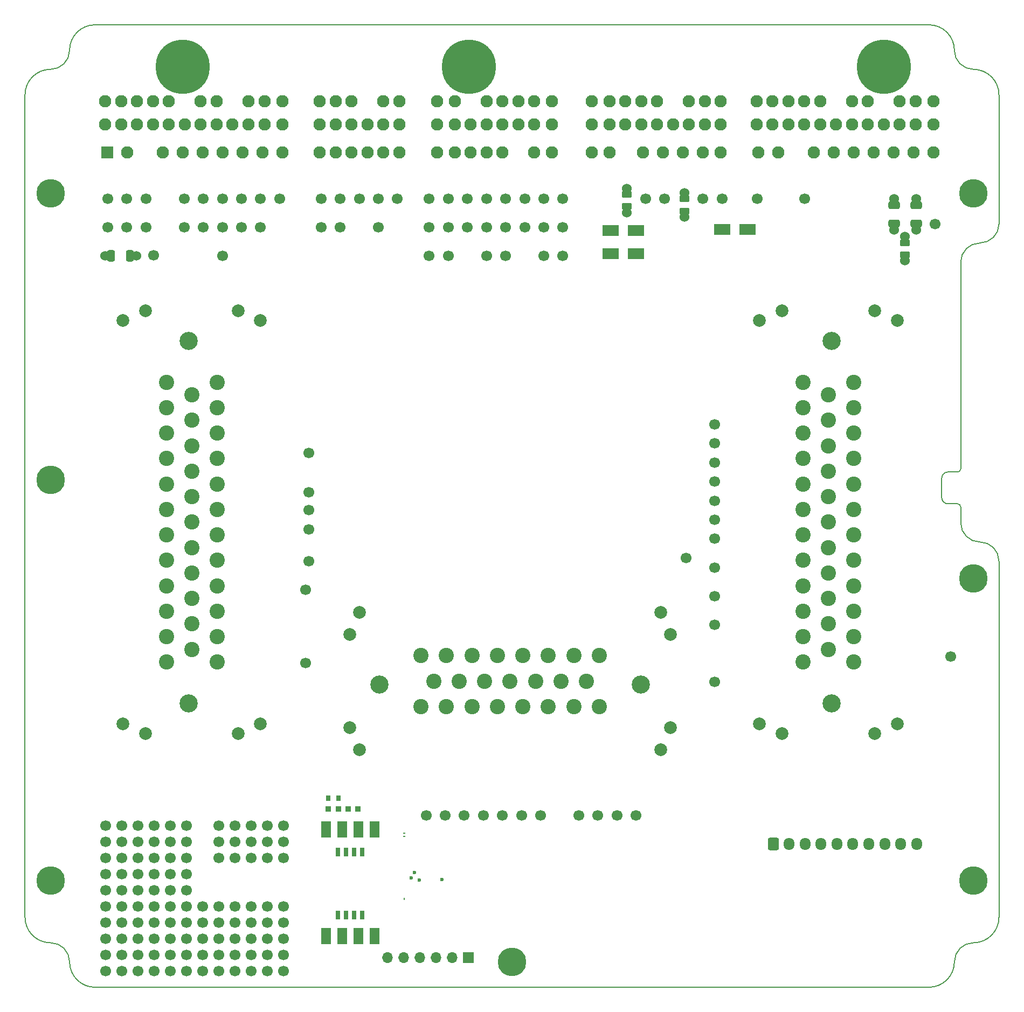
<source format=gts>
%TF.GenerationSoftware,KiCad,Pcbnew,(5.99.0-12439-g94954386e6)*%
%TF.CreationDate,2021-10-11T21:16:12+03:00*%
%TF.ProjectId,proteus125honda,70726f74-6575-4733-9132-35686f6e6461,rev?*%
%TF.SameCoordinates,Original*%
%TF.FileFunction,Soldermask,Top*%
%TF.FilePolarity,Negative*%
%FSLAX46Y46*%
G04 Gerber Fmt 4.6, Leading zero omitted, Abs format (unit mm)*
G04 Created by KiCad (PCBNEW (5.99.0-12439-g94954386e6)) date 2021-10-11 21:16:12*
%MOMM*%
%LPD*%
G01*
G04 APERTURE LIST*
G04 Aperture macros list*
%AMRoundRect*
0 Rectangle with rounded corners*
0 $1 Rounding radius*
0 $2 $3 $4 $5 $6 $7 $8 $9 X,Y pos of 4 corners*
0 Add a 4 corners polygon primitive as box body*
4,1,4,$2,$3,$4,$5,$6,$7,$8,$9,$2,$3,0*
0 Add four circle primitives for the rounded corners*
1,1,$1+$1,$2,$3*
1,1,$1+$1,$4,$5*
1,1,$1+$1,$6,$7*
1,1,$1+$1,$8,$9*
0 Add four rect primitives between the rounded corners*
20,1,$1+$1,$2,$3,$4,$5,0*
20,1,$1+$1,$4,$5,$6,$7,0*
20,1,$1+$1,$6,$7,$8,$9,0*
20,1,$1+$1,$8,$9,$2,$3,0*%
G04 Aperture macros list end*
%TA.AperFunction,Profile*%
%ADD10C,0.200000*%
%TD*%
%ADD11C,1.700000*%
%ADD12R,2.500000X1.800000*%
%ADD13RoundRect,0.070000X-0.280000X-0.390000X0.280000X-0.390000X0.280000X0.390000X-0.280000X0.390000X0*%
%ADD14C,1.524000*%
%ADD15RoundRect,0.230000X-0.670000X-0.345000X0.670000X-0.345000X0.670000X0.345000X-0.670000X0.345000X0*%
%ADD16O,0.250000X0.499999*%
%ADD17O,0.499999X0.250000*%
%ADD18C,0.599999*%
%ADD19C,4.500000*%
%ADD20RoundRect,0.100000X-0.625000X0.400000X-0.625000X-0.400000X0.625000X-0.400000X0.625000X0.400000X0*%
%ADD21RoundRect,0.250000X-0.600000X-0.725000X0.600000X-0.725000X0.600000X0.725000X-0.600000X0.725000X0*%
%ADD22O,1.700000X1.950000*%
%ADD23R,1.700000X1.700000*%
%ADD24O,1.700000X1.700000*%
%ADD25RoundRect,0.085000X0.340000X0.340000X-0.340000X0.340000X-0.340000X-0.340000X0.340000X-0.340000X0*%
%ADD26C,2.000000*%
%ADD27C,2.850000*%
%ADD28C,2.400000*%
%ADD29RoundRect,0.230000X0.345000X-0.670000X0.345000X0.670000X-0.345000X0.670000X-0.345000X-0.670000X0*%
%ADD30C,1.950000*%
%ADD31R,1.950000X1.950000*%
%ADD32C,8.500000*%
%ADD33RoundRect,0.085000X-0.340000X-0.340000X0.340000X-0.340000X0.340000X0.340000X-0.340000X0.340000X0*%
%ADD34R,0.690000X1.350000*%
%ADD35R,1.520000X2.540000*%
G04 APERTURE END LIST*
D10*
X99000001Y-73500001D02*
G75*
G03*
X102000000Y-70500000I-1J3000000D01*
G01*
X248000000Y-97800000D02*
X248000000Y-77500000D01*
X101999996Y-213800002D02*
G75*
G03*
X105999998Y-217800000I4000000J2D01*
G01*
X106000000Y-66500000D02*
X237000000Y-66500000D01*
X244000002Y-210799998D02*
G75*
G03*
X248000000Y-206800000I0J3999998D01*
G01*
X241500000Y-141800000D02*
X240000000Y-141800000D01*
X106000000Y-217800000D02*
X237000000Y-217800000D01*
X239000003Y-140800003D02*
G75*
G03*
X240000000Y-141800000I999997J0D01*
G01*
X98999996Y-210799998D02*
G75*
G02*
X94999998Y-206800000I0J3999998D01*
G01*
X239000000Y-140800000D02*
X239000000Y-137800000D01*
X242000000Y-103800000D02*
G75*
G02*
X245000000Y-100800000I3000000J0D01*
G01*
X244000000Y-210800000D02*
G75*
G03*
X241000000Y-213800000I0J-3000000D01*
G01*
X101999997Y-70499999D02*
G75*
G02*
X106000000Y-66500000I4000001J-2D01*
G01*
X94999998Y-206800000D02*
X95000000Y-77500000D01*
X241000003Y-70499999D02*
G75*
G03*
X237000000Y-66500000I-4000001J-2D01*
G01*
X245000000Y-147800000D02*
G75*
G02*
X248000000Y-150800000I0J-3000000D01*
G01*
X240000000Y-136800000D02*
X241500000Y-136800000D01*
X98999998Y-210800000D02*
G75*
G02*
X101999998Y-213800000I0J-3000000D01*
G01*
X243999999Y-73500001D02*
G75*
G02*
X241000000Y-70500000I1J3000000D01*
G01*
X241500001Y-141799999D02*
G75*
G02*
X242000000Y-142300000I-1J-500000D01*
G01*
X241500001Y-136799999D02*
G75*
G03*
X242000000Y-136300000I0J499999D01*
G01*
X238999997Y-137799997D02*
G75*
G02*
X240000000Y-136800000I1000000J-3D01*
G01*
X242000000Y-136300000D02*
X242000000Y-103800000D01*
X242000000Y-144800000D02*
X242000000Y-142300000D01*
X245000000Y-100800000D02*
G75*
G03*
X248000000Y-97800000I0J3000000D01*
G01*
X241000002Y-213800002D02*
G75*
G02*
X237000000Y-217800000I-4000000J2D01*
G01*
X98999999Y-73500001D02*
G75*
G03*
X95000000Y-77500000I0J-3999999D01*
G01*
X242000000Y-144800000D02*
G75*
G03*
X245000000Y-147800000I3000000J0D01*
G01*
X248000000Y-206800000D02*
X248000000Y-150800000D01*
X244000001Y-73500001D02*
G75*
G02*
X248000000Y-77500000I0J-3999999D01*
G01*
D11*
%TO.C,P69*%
X203349999Y-147300000D03*
%TD*%
%TO.C,P12*%
X167500000Y-93800000D03*
%TD*%
%TO.C,P51*%
X126000000Y-102800000D03*
%TD*%
D12*
%TO.C,D2*%
X208500001Y-98700000D03*
X204500001Y-98700000D03*
%TD*%
D11*
%TO.C,P86*%
X139549999Y-133800000D03*
%TD*%
%TO.C,P32*%
X147500000Y-93800000D03*
%TD*%
%TO.C,G7*%
X115320000Y-202560000D03*
X115320000Y-200020000D03*
X115320000Y-197480000D03*
X115320000Y-194940000D03*
X115320000Y-192400000D03*
X117860000Y-202560000D03*
X117860000Y-200020000D03*
X117860000Y-197480000D03*
X117860000Y-194940000D03*
X117860000Y-192400000D03*
X120400000Y-202560000D03*
X120400000Y-200020000D03*
X120400000Y-197480000D03*
X120400000Y-194940000D03*
X120400000Y-192400000D03*
%TD*%
%TO.C,P79*%
X176000000Y-190800000D03*
%TD*%
%TO.C,P40*%
X135000000Y-93800000D03*
%TD*%
D13*
%TO.C,R1*%
X142616013Y-188063001D03*
X144216013Y-188063001D03*
%TD*%
D11*
%TO.C,P80*%
X188000000Y-190800000D03*
%TD*%
%TO.C,P50*%
X132000000Y-98300000D03*
%TD*%
%TO.C,P24*%
X179500000Y-102800000D03*
%TD*%
D14*
%TO.C,F2*%
X231500000Y-93850000D03*
D15*
X231500000Y-94849990D03*
X231500000Y-97750010D03*
D14*
X231500000Y-98750000D03*
%TD*%
D16*
%TO.C,M2*%
X154556666Y-203937494D03*
D17*
X154606664Y-193587500D03*
X154606664Y-194087501D03*
D18*
X155656662Y-200637498D03*
X156181662Y-199762496D03*
X156931660Y-200937500D03*
X160481661Y-200862497D03*
%TD*%
D11*
%TO.C,P71*%
X203349999Y-156300000D03*
%TD*%
%TO.C,P60*%
X203349999Y-160800000D03*
%TD*%
%TO.C,G2*%
X107700000Y-202560000D03*
X107700000Y-200020000D03*
X107700000Y-197480000D03*
X107700000Y-194940000D03*
X107700000Y-192400000D03*
X110240000Y-202560000D03*
X110240000Y-200020000D03*
X110240000Y-197480000D03*
X110240000Y-194940000D03*
X110240000Y-192400000D03*
X112780000Y-202560000D03*
X112780000Y-200020000D03*
X112780000Y-197480000D03*
X112780000Y-194940000D03*
X112780000Y-192400000D03*
%TD*%
%TO.C,P83*%
X173000000Y-190800000D03*
%TD*%
%TO.C,G5*%
X135640000Y-197480000D03*
X133100000Y-197480000D03*
X130560000Y-197480000D03*
X128020000Y-197480000D03*
X125480000Y-197480000D03*
X135640000Y-194940000D03*
X133100000Y-194940000D03*
X130560000Y-194940000D03*
X128020000Y-194940000D03*
X125480000Y-194940000D03*
X135640000Y-192400000D03*
X133100000Y-192400000D03*
X130560000Y-192400000D03*
X128020000Y-192400000D03*
X125480000Y-192400000D03*
%TD*%
%TO.C,P16*%
X179500000Y-98300000D03*
%TD*%
%TO.C,P11*%
X170500000Y-93800000D03*
%TD*%
%TO.C,P65*%
X203349999Y-135300000D03*
%TD*%
%TO.C,P19*%
X170500000Y-98300000D03*
%TD*%
%TO.C,P78*%
X185000000Y-190800000D03*
%TD*%
D19*
%TO.C,J9*%
X99050000Y-93000000D03*
%TD*%
D11*
%TO.C,P66*%
X203349999Y-138300000D03*
%TD*%
%TO.C,P21*%
X164500000Y-98300000D03*
%TD*%
%TO.C,P1*%
X238000000Y-97800000D03*
%TD*%
%TO.C,P82*%
X182000000Y-190800000D03*
%TD*%
%TO.C,P38*%
X141500000Y-98300000D03*
%TD*%
%TO.C,P94*%
X139049999Y-155300000D03*
%TD*%
D15*
%TO.C,F1*%
X235000000Y-94849990D03*
D14*
X235000000Y-93850000D03*
X235000000Y-98750000D03*
D15*
X235000000Y-97750010D03*
%TD*%
D11*
%TO.C,P73*%
X158000000Y-190800000D03*
%TD*%
D20*
%TO.C,R2*%
X198600000Y-93849999D03*
D14*
X198600000Y-92895000D03*
X198600000Y-96705000D03*
D20*
X198600000Y-95750021D03*
%TD*%
D11*
%TO.C,P81*%
X191000000Y-190800000D03*
%TD*%
%TO.C,P29*%
X161500000Y-102800000D03*
%TD*%
D21*
%TO.C,J4*%
X212550000Y-195250000D03*
D22*
X215050000Y-195250000D03*
X217550000Y-195250000D03*
X220050000Y-195250000D03*
X222550000Y-195250000D03*
X225050000Y-195250000D03*
X227550000Y-195250000D03*
X230050000Y-195250000D03*
X232550000Y-195250000D03*
X235050000Y-195250000D03*
%TD*%
D19*
%TO.C,J13*%
X99050000Y-201000000D03*
%TD*%
D11*
%TO.C,P9*%
X179500000Y-93800000D03*
%TD*%
%TO.C,P53*%
X120000000Y-98300000D03*
%TD*%
%TO.C,P27*%
X170500000Y-102800000D03*
%TD*%
%TO.C,P37*%
X144500000Y-98300000D03*
%TD*%
%TO.C,P43*%
X129000000Y-98300000D03*
%TD*%
D19*
%TO.C,J10*%
X171500000Y-213850000D03*
%TD*%
D11*
%TO.C,P44*%
X126000000Y-93800000D03*
%TD*%
D19*
%TO.C,J8*%
X243950000Y-153500000D03*
%TD*%
D12*
%TO.C,D3*%
X191000000Y-98800000D03*
X187000000Y-98800000D03*
%TD*%
D11*
%TO.C,P3*%
X210000000Y-93800000D03*
%TD*%
D23*
%TO.C,J3*%
X164660000Y-213100000D03*
D24*
X162120000Y-213100000D03*
X159580000Y-213100000D03*
X157040000Y-213100000D03*
X154500000Y-213100000D03*
X151960000Y-213100000D03*
%TD*%
D11*
%TO.C,P92*%
X111000000Y-93800000D03*
%TD*%
%TO.C,P89*%
X192500000Y-93800000D03*
%TD*%
%TO.C,P8*%
X195500000Y-93800000D03*
%TD*%
D14*
%TO.C,R4*%
X233200000Y-99795000D03*
D20*
X233200000Y-100749999D03*
D14*
X233200000Y-103605000D03*
D20*
X233200000Y-102650021D03*
%TD*%
D25*
%TO.C,C2*%
X144216014Y-189763001D03*
X142636012Y-189763001D03*
%TD*%
D11*
%TO.C,P74*%
X167000000Y-190800000D03*
%TD*%
%TO.C,P42*%
X129000000Y-93800000D03*
%TD*%
%TO.C,P6*%
X204500000Y-93800000D03*
%TD*%
%TO.C,P31*%
X150500000Y-93800000D03*
%TD*%
%TO.C,P67*%
X203349999Y-141300000D03*
%TD*%
%TO.C,P57*%
X203300000Y-129300000D03*
%TD*%
%TO.C,P35*%
X153500000Y-93800000D03*
%TD*%
%TO.C,P13*%
X164500000Y-93800000D03*
%TD*%
%TO.C,P46*%
X120000000Y-93800000D03*
%TD*%
%TO.C,P10*%
X176500000Y-93800000D03*
%TD*%
%TO.C,P72*%
X203349999Y-169800000D03*
%TD*%
%TO.C,P15*%
X158500000Y-93800000D03*
%TD*%
%TO.C,P61*%
X203349999Y-151800000D03*
%TD*%
%TO.C,P95*%
X139549999Y-150800000D03*
%TD*%
%TO.C,P26*%
X173500000Y-98300000D03*
%TD*%
%TO.C,P36*%
X150500000Y-98300000D03*
%TD*%
%TO.C,G1*%
X122940001Y-215260000D03*
X122940001Y-212720000D03*
X122940001Y-210180000D03*
X122940001Y-207640000D03*
X122940001Y-205100000D03*
X125480001Y-215260000D03*
X125480001Y-212720000D03*
X125480001Y-210180000D03*
X125480001Y-207640000D03*
X125480001Y-205100000D03*
X128020001Y-215260000D03*
X128020001Y-212720000D03*
X128020001Y-210180000D03*
X128020001Y-207640000D03*
X128020001Y-205100000D03*
%TD*%
%TO.C,P49*%
X108000000Y-93800000D03*
%TD*%
%TO.C,P96*%
X139049999Y-166800000D03*
%TD*%
%TO.C,G8*%
X107700000Y-215260000D03*
X107700000Y-212720000D03*
X107700000Y-210180000D03*
X107700000Y-207640000D03*
X107700000Y-205100000D03*
X110240000Y-215260000D03*
X110240000Y-212720000D03*
X110240000Y-210180000D03*
X110240000Y-207640000D03*
X110240000Y-205100000D03*
X112780000Y-215260000D03*
X112780000Y-212720000D03*
X112780000Y-210180000D03*
X112780000Y-207640000D03*
X112780000Y-205100000D03*
%TD*%
%TO.C,P18*%
X173500000Y-93800000D03*
%TD*%
%TO.C,P30*%
X158500000Y-102800000D03*
%TD*%
%TO.C,P88*%
X139549999Y-139950000D03*
%TD*%
%TO.C,G4*%
X115320000Y-215259999D03*
X115320000Y-212719999D03*
X115320000Y-210179999D03*
X115320000Y-207639999D03*
X115320000Y-205099999D03*
X117860000Y-215259999D03*
X117860000Y-212719999D03*
X117860000Y-210179999D03*
X117860000Y-207639999D03*
X117860000Y-205099999D03*
X120400000Y-215259999D03*
X120400000Y-212719999D03*
X120400000Y-210179999D03*
X120400000Y-207639999D03*
X120400000Y-205099999D03*
%TD*%
%TO.C,P17*%
X176500000Y-98300000D03*
%TD*%
%TO.C,P75*%
X170000000Y-190800000D03*
%TD*%
%TO.C,P45*%
X123000000Y-93800000D03*
%TD*%
%TO.C,P14*%
X161500000Y-93800000D03*
%TD*%
D19*
%TO.C,J11*%
X243950000Y-93000000D03*
%TD*%
D14*
%TO.C,R3*%
X189500000Y-92195000D03*
D20*
X189500000Y-93149999D03*
X189500000Y-95050021D03*
D14*
X189500000Y-96005000D03*
%TD*%
D11*
%TO.C,P76*%
X161000000Y-190800000D03*
%TD*%
%TO.C,P90*%
X108000000Y-98300000D03*
%TD*%
%TO.C,P91*%
X126000000Y-98300000D03*
%TD*%
%TO.C,P58*%
X240400000Y-165800000D03*
%TD*%
%TO.C,P20*%
X167500000Y-98300000D03*
%TD*%
D12*
%TO.C,D1*%
X191000000Y-102500000D03*
X187000000Y-102500000D03*
%TD*%
D19*
%TO.C,J7*%
X99050000Y-138000000D03*
%TD*%
D26*
%TO.C,BRD1*%
X128500000Y-177875000D03*
X210400000Y-112975000D03*
D27*
X150700000Y-170175000D03*
D26*
X232000000Y-176375000D03*
X194900000Y-158875000D03*
D27*
X120700000Y-173175000D03*
X221700000Y-116175000D03*
D26*
X228500000Y-111475000D03*
X146000000Y-176975000D03*
X194900000Y-180475000D03*
X232000000Y-112975000D03*
X213900000Y-177875000D03*
X110400000Y-112975000D03*
X147500000Y-158875000D03*
X146000000Y-162375000D03*
D27*
X120700000Y-116175000D03*
D26*
X132000000Y-176375000D03*
D27*
X221700000Y-173175000D03*
X191700000Y-170175000D03*
D26*
X196400000Y-176975000D03*
X128500000Y-111475000D03*
X213900000Y-111475000D03*
X113900000Y-177875000D03*
X110400000Y-176375000D03*
X113900000Y-111475000D03*
X210400000Y-176375000D03*
X228500000Y-177875000D03*
X147500000Y-180475000D03*
X132000000Y-112975000D03*
X196400000Y-162375000D03*
D28*
X225200000Y-166675000D03*
X225200000Y-162675000D03*
X225200000Y-158675000D03*
X225200000Y-154675000D03*
X225200000Y-150675000D03*
X225200000Y-146675000D03*
X225200000Y-142675000D03*
X225200000Y-138675000D03*
X225200000Y-134675000D03*
X225200000Y-130675000D03*
X225200000Y-126675000D03*
X225200000Y-122675000D03*
X221200000Y-164675000D03*
X221200000Y-160675000D03*
X221200000Y-156675000D03*
X221200000Y-152675000D03*
X221200000Y-148675000D03*
X221200000Y-144675000D03*
X221200000Y-140675000D03*
X221200000Y-136675000D03*
X221200000Y-132675000D03*
X221200000Y-128675000D03*
X221200000Y-124675000D03*
X217200000Y-166675000D03*
X217200000Y-162675000D03*
X217200000Y-158675000D03*
X217200000Y-154675000D03*
X217200000Y-150675000D03*
X217200000Y-146675000D03*
X217200000Y-142675000D03*
X217200000Y-138675000D03*
X217200000Y-134675000D03*
X217200000Y-130675000D03*
X217200000Y-126675000D03*
X217200000Y-122675000D03*
X157200000Y-173675000D03*
X161200000Y-173675000D03*
X165200000Y-173675000D03*
X169200000Y-173675000D03*
X173200000Y-173675000D03*
X177200000Y-173675000D03*
X181200000Y-173675000D03*
X185200000Y-173675000D03*
X159200000Y-169675000D03*
X163200000Y-169675000D03*
X167200000Y-169675000D03*
X171200000Y-169675000D03*
X175200000Y-169675000D03*
X179200000Y-169675000D03*
X183200000Y-169675000D03*
X157200000Y-165675000D03*
X161200000Y-165675000D03*
X165200000Y-165675000D03*
X169200000Y-165675000D03*
X173200000Y-165675000D03*
X177200000Y-165675000D03*
X181200000Y-165675000D03*
X185200000Y-165675000D03*
X117200000Y-122675000D03*
X117200000Y-126675000D03*
X117200000Y-130675000D03*
X117200000Y-134675000D03*
X117200000Y-138675000D03*
X117200000Y-142675000D03*
X117200000Y-146675000D03*
X117200000Y-150675000D03*
X117200000Y-154675000D03*
X117200000Y-158675000D03*
X117200000Y-162675000D03*
X117200000Y-166675000D03*
X121200000Y-124675000D03*
X121200000Y-128675000D03*
X121200000Y-132675000D03*
X121200000Y-136675000D03*
X121200000Y-140675000D03*
X121200000Y-144675000D03*
X121200000Y-148675000D03*
X121200000Y-152675000D03*
X121200000Y-156675000D03*
X121200000Y-160675000D03*
X121200000Y-164675000D03*
X125200000Y-122675000D03*
X125200000Y-126675000D03*
X125200000Y-130675000D03*
X125200000Y-134675000D03*
X125200000Y-138675000D03*
X125200000Y-142675000D03*
X125200000Y-146675000D03*
X125200000Y-150675000D03*
X125200000Y-154675000D03*
X125200000Y-158675000D03*
X125200000Y-162675000D03*
X125200000Y-166675000D03*
%TD*%
D11*
%TO.C,P87*%
X139549999Y-142800000D03*
%TD*%
%TO.C,P7*%
X201500000Y-93800000D03*
%TD*%
%TO.C,P55*%
X115200000Y-102700000D03*
%TD*%
%TO.C,P77*%
X164000000Y-190800000D03*
%TD*%
%TO.C,P52*%
X123000000Y-98300000D03*
%TD*%
%TO.C,P25*%
X176500000Y-102800000D03*
%TD*%
%TO.C,P93*%
X139549999Y-145800000D03*
%TD*%
%TO.C,P70*%
X198849999Y-150300000D03*
%TD*%
%TO.C,P22*%
X161500000Y-98300000D03*
%TD*%
%TO.C,P2*%
X217500000Y-93800000D03*
%TD*%
D29*
%TO.C,F3*%
X108549990Y-102800000D03*
D14*
X107550000Y-102800000D03*
D29*
X111450010Y-102800000D03*
D14*
X112450000Y-102800000D03*
%TD*%
D11*
%TO.C,P34*%
X141500000Y-93800000D03*
%TD*%
%TO.C,P28*%
X167500000Y-102800000D03*
%TD*%
%TO.C,P41*%
X132000000Y-93800000D03*
%TD*%
D19*
%TO.C,J12*%
X243950000Y-201000000D03*
%TD*%
D30*
%TO.C,J1*%
X237700000Y-86550000D03*
X234570000Y-86550000D03*
X231440000Y-86550000D03*
X228310000Y-86550000D03*
X225180000Y-86550000D03*
X222050000Y-86550000D03*
X218920000Y-86550000D03*
X213330000Y-86550000D03*
X210200000Y-86550000D03*
X237700000Y-82150000D03*
X234900000Y-82150000D03*
X232400000Y-82150000D03*
X229900000Y-82150000D03*
X227400000Y-82150000D03*
X224900000Y-82150000D03*
X222400000Y-82150000D03*
X219900000Y-82150000D03*
X217400000Y-82150000D03*
X214900000Y-82150000D03*
X212400000Y-82150000D03*
X209900000Y-82150000D03*
X237700000Y-78550000D03*
X234900000Y-78550000D03*
X232400000Y-78550000D03*
X227400000Y-78550000D03*
X224900000Y-78550000D03*
X219900000Y-78550000D03*
X217400000Y-78550000D03*
X214900000Y-78550000D03*
X212400000Y-78550000D03*
X209900000Y-78550000D03*
X204300000Y-86550000D03*
X201500000Y-86550000D03*
X198370000Y-86550000D03*
X195240000Y-86550000D03*
X192110000Y-86550000D03*
X186800000Y-86550000D03*
X184000000Y-86550000D03*
X204300000Y-82150000D03*
X201800000Y-82150000D03*
X199300000Y-82150000D03*
X196800000Y-82150000D03*
X194300000Y-82150000D03*
X191800000Y-82150000D03*
X189300000Y-82150000D03*
X186800000Y-82150000D03*
X184000000Y-82150000D03*
X204300000Y-78550000D03*
X201800000Y-78550000D03*
X199300000Y-78550000D03*
X194300000Y-78550000D03*
X191800000Y-78550000D03*
X189300000Y-78550000D03*
X186800000Y-78550000D03*
X184000000Y-78550000D03*
X177800000Y-86550000D03*
X175000000Y-86550000D03*
X170000000Y-86550000D03*
X167500000Y-86550000D03*
X165000000Y-86550000D03*
X162500000Y-86550000D03*
X159700000Y-86550000D03*
X177800000Y-82150000D03*
X175000000Y-82150000D03*
X172500000Y-82150000D03*
X170000000Y-82150000D03*
X167500000Y-82150000D03*
X165000000Y-82150000D03*
X162500000Y-82150000D03*
X159700000Y-82150000D03*
X177800000Y-78550000D03*
X175000000Y-78550000D03*
X172500000Y-78550000D03*
X170000000Y-78550000D03*
X167500000Y-78550000D03*
X162500000Y-78550000D03*
X159700000Y-78550000D03*
X153800000Y-86550000D03*
X151300000Y-86550000D03*
X148800000Y-86550000D03*
X146300000Y-86550000D03*
X143800000Y-86550000D03*
X141300000Y-86550000D03*
X153800000Y-82150000D03*
X151300000Y-82150000D03*
X148800000Y-82150000D03*
X146300000Y-82150000D03*
X143800000Y-82150000D03*
X141300000Y-82150000D03*
X153800000Y-78550000D03*
X151300000Y-78550000D03*
X146300000Y-78550000D03*
X143800000Y-78550000D03*
X141300000Y-78550000D03*
X135400000Y-86550000D03*
X132270000Y-86550000D03*
X129140000Y-86550000D03*
X126010000Y-86550000D03*
X122880000Y-86550000D03*
X119750000Y-86550000D03*
X116620000Y-86550000D03*
X111030000Y-86550000D03*
D31*
X107900000Y-86550000D03*
D30*
X135400000Y-82150000D03*
X132600000Y-82150000D03*
X130100000Y-82150000D03*
X127600000Y-82150000D03*
X125100000Y-82150000D03*
X122600000Y-82150000D03*
X120100000Y-82150000D03*
X117600000Y-82150000D03*
X115100000Y-82150000D03*
X112600000Y-82150000D03*
X110100000Y-82150000D03*
X107600000Y-82150000D03*
X135400000Y-78550000D03*
X132600000Y-78550000D03*
X130100000Y-78550000D03*
X125100000Y-78550000D03*
X122600000Y-78550000D03*
X117600000Y-78550000D03*
X115100000Y-78550000D03*
X112600000Y-78550000D03*
X110100000Y-78550000D03*
X107600000Y-78550000D03*
D32*
X119800000Y-73100000D03*
X164700000Y-73100000D03*
X229900000Y-73100000D03*
%TD*%
D11*
%TO.C,P68*%
X203349999Y-144300000D03*
%TD*%
D33*
%TO.C,C1*%
X145726013Y-189763001D03*
X147306015Y-189763001D03*
%TD*%
D11*
%TO.C,P54*%
X114000000Y-98300000D03*
%TD*%
%TO.C,G3*%
X130560000Y-215259999D03*
X130560000Y-212719999D03*
X130560000Y-210179999D03*
X130560000Y-207639999D03*
X130560000Y-205099999D03*
X133100000Y-215259999D03*
X133100000Y-212719999D03*
X133100000Y-210179999D03*
X133100000Y-207639999D03*
X133100000Y-205099999D03*
X135640000Y-215259999D03*
X135640000Y-212719999D03*
X135640000Y-210179999D03*
X135640000Y-207639999D03*
X135640000Y-205099999D03*
%TD*%
D34*
%TO.C,U1*%
X148005000Y-196574000D03*
D35*
X149905000Y-193018000D03*
D34*
X146735000Y-196574000D03*
D35*
X147365000Y-193018000D03*
X144825000Y-193018000D03*
D34*
X145465000Y-196574000D03*
D35*
X142285000Y-193018000D03*
D34*
X144195000Y-196574000D03*
D35*
X142285000Y-209782000D03*
D34*
X144195000Y-206416500D03*
X145465000Y-206416500D03*
D35*
X144825000Y-209782000D03*
D34*
X146735000Y-206416500D03*
D35*
X147365000Y-209782000D03*
D34*
X148005000Y-206416500D03*
D35*
X149905000Y-209782000D03*
%TD*%
D11*
%TO.C,P48*%
X111000000Y-98300000D03*
%TD*%
%TO.C,P56*%
X203300000Y-132300000D03*
%TD*%
%TO.C,P23*%
X158500000Y-98300000D03*
%TD*%
%TO.C,P33*%
X144500000Y-93800000D03*
%TD*%
%TO.C,P47*%
X114000000Y-93800000D03*
%TD*%
M02*

</source>
